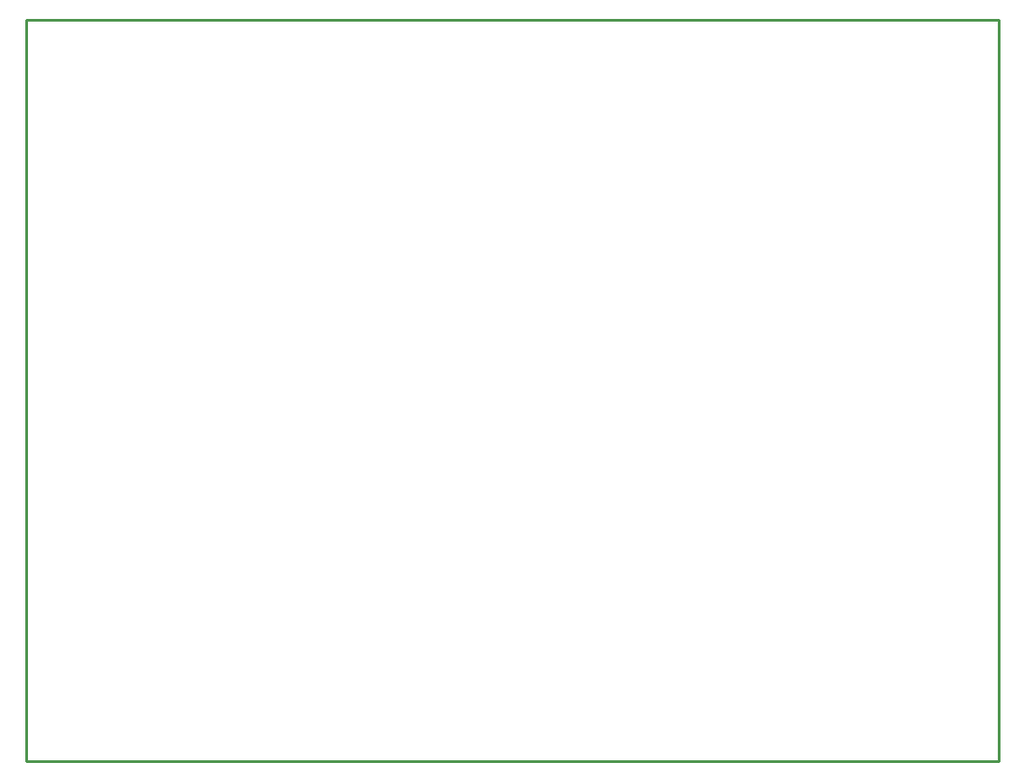
<source format=gko>
G04 Layer: BoardOutlineLayer*
G04 EasyEDA v6.5.46, 2024-08-18 09:58:02*
G04 236360ae96044019aedb561fcd3bba06,230f2a6ff4724a6391133640ca874918,10*
G04 Gerber Generator version 0.2*
G04 Scale: 100 percent, Rotated: No, Reflected: No *
G04 Dimensions in millimeters *
G04 leading zeros omitted , absolute positions ,4 integer and 5 decimal *
%FSLAX45Y45*%
%MOMM*%

%ADD10C,0.2540*%
D10*
X749300Y7264400D02*
G01*
X9855200Y7264400D01*
X9855200Y304800D01*
X736600Y304800D01*
X736600Y7264400D01*

%LPD*%
M02*

</source>
